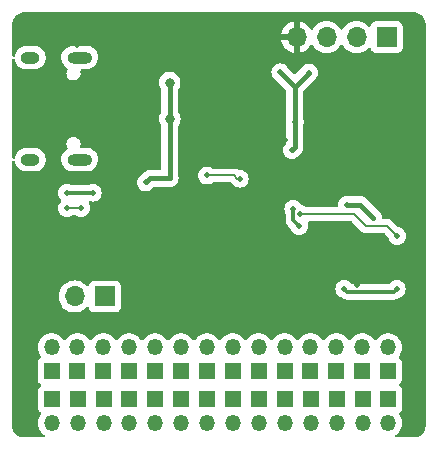
<source format=gbl>
%TF.GenerationSoftware,KiCad,Pcbnew,7.0.10*%
%TF.CreationDate,2024-02-03T16:53:45+08:00*%
%TF.ProjectId,ad7142-eval,61643731-3432-42d6-9576-616c2e6b6963,rev?*%
%TF.SameCoordinates,Original*%
%TF.FileFunction,Copper,L2,Bot*%
%TF.FilePolarity,Positive*%
%FSLAX46Y46*%
G04 Gerber Fmt 4.6, Leading zero omitted, Abs format (unit mm)*
G04 Created by KiCad (PCBNEW 7.0.10) date 2024-02-03 16:53:45*
%MOMM*%
%LPD*%
G01*
G04 APERTURE LIST*
%TA.AperFunction,ComponentPad*%
%ADD10R,1.350000X1.350000*%
%TD*%
%TA.AperFunction,ComponentPad*%
%ADD11O,1.350000X1.350000*%
%TD*%
%TA.AperFunction,ComponentPad*%
%ADD12R,1.700000X1.700000*%
%TD*%
%TA.AperFunction,ComponentPad*%
%ADD13O,1.700000X1.700000*%
%TD*%
%TA.AperFunction,ComponentPad*%
%ADD14O,1.600200X1.000800*%
%TD*%
%TA.AperFunction,ComponentPad*%
%ADD15O,2.100600X1.000800*%
%TD*%
%TA.AperFunction,ViaPad*%
%ADD16C,0.500000*%
%TD*%
%TA.AperFunction,ViaPad*%
%ADD17C,0.800000*%
%TD*%
%TA.AperFunction,Conductor*%
%ADD18C,0.177800*%
%TD*%
%TA.AperFunction,Conductor*%
%ADD19C,0.304800*%
%TD*%
%TA.AperFunction,Conductor*%
%ADD20C,0.457200*%
%TD*%
G04 APERTURE END LIST*
D10*
%TO.P,J23,1,Pin_1*%
%TO.N,Net-(J17-Pin_1)*%
X122911342Y-111680000D03*
D11*
%TO.P,J23,2,Pin_2*%
%TO.N,Net-(J17-Pin_2)*%
X122911342Y-113680000D03*
%TD*%
D10*
%TO.P,J11,1,Pin_1*%
%TO.N,Net-(J10-Pin_1)*%
X127271342Y-109280000D03*
D11*
%TO.P,J11,2,Pin_2*%
%TO.N,Net-(J11-Pin_2)*%
X127271342Y-107280000D03*
%TD*%
D10*
%TO.P,J17,1,Pin_1*%
%TO.N,Net-(J17-Pin_1)*%
X109752886Y-111680000D03*
D11*
%TO.P,J17,2,Pin_2*%
%TO.N,Net-(J17-Pin_2)*%
X109752886Y-113680000D03*
%TD*%
D10*
%TO.P,J12,1,Pin_1*%
%TO.N,Net-(J10-Pin_1)*%
X129463649Y-109280000D03*
D11*
%TO.P,J12,2,Pin_2*%
%TO.N,Net-(J12-Pin_2)*%
X129463649Y-107280000D03*
%TD*%
D12*
%TO.P,J1,1,Pin_1*%
%TO.N,+3V3*%
X138107500Y-81010000D03*
D13*
%TO.P,J1,2,Pin_2*%
%TO.N,/SWCLK*%
X135567500Y-81010000D03*
%TO.P,J1,3,Pin_3*%
%TO.N,/SWDIO*%
X133027500Y-81010000D03*
%TO.P,J1,4,Pin_4*%
%TO.N,GND*%
X130487500Y-81010000D03*
%TD*%
D10*
%TO.P,J10,1,Pin_1*%
%TO.N,Net-(J10-Pin_1)*%
X125079035Y-109280000D03*
D11*
%TO.P,J10,2,Pin_2*%
%TO.N,Net-(J10-Pin_2)*%
X125079035Y-107280000D03*
%TD*%
D10*
%TO.P,J29,1,Pin_1*%
%TO.N,Net-(J17-Pin_1)*%
X136069798Y-111680000D03*
D11*
%TO.P,J29,2,Pin_2*%
%TO.N,Net-(J17-Pin_2)*%
X136069798Y-113680000D03*
%TD*%
D10*
%TO.P,J14,1,Pin_1*%
%TO.N,Net-(J10-Pin_1)*%
X133848263Y-109280000D03*
D11*
%TO.P,J14,2,Pin_2*%
%TO.N,Net-(J14-Pin_2)*%
X133848263Y-107280000D03*
%TD*%
D10*
%TO.P,J16,1,Pin_1*%
%TO.N,Net-(J10-Pin_1)*%
X138232877Y-109280000D03*
D11*
%TO.P,J16,2,Pin_2*%
%TO.N,Net-(J16-Pin_2)*%
X138232877Y-107280000D03*
%TD*%
D10*
%TO.P,J19,1,Pin_1*%
%TO.N,Net-(J17-Pin_1)*%
X114139038Y-111680000D03*
D11*
%TO.P,J19,2,Pin_2*%
%TO.N,Net-(J17-Pin_2)*%
X114139038Y-113680000D03*
%TD*%
D10*
%TO.P,J18,1,Pin_1*%
%TO.N,Net-(J17-Pin_1)*%
X111945962Y-111680000D03*
D11*
%TO.P,J18,2,Pin_2*%
%TO.N,Net-(J17-Pin_2)*%
X111945962Y-113680000D03*
%TD*%
D10*
%TO.P,J9,1,Pin_1*%
%TO.N,Net-(J10-Pin_1)*%
X122886728Y-109280000D03*
D11*
%TO.P,J9,2,Pin_2*%
%TO.N,Net-(J9-Pin_2)*%
X122886728Y-107280000D03*
%TD*%
D10*
%TO.P,J20,1,Pin_1*%
%TO.N,Net-(J17-Pin_1)*%
X116332114Y-111680000D03*
D11*
%TO.P,J20,2,Pin_2*%
%TO.N,Net-(J17-Pin_2)*%
X116332114Y-113680000D03*
%TD*%
D10*
%TO.P,J7,1,Pin_1*%
%TO.N,Net-(J10-Pin_1)*%
X118502114Y-109280000D03*
D11*
%TO.P,J7,2,Pin_2*%
%TO.N,Net-(J7-Pin_2)*%
X118502114Y-107280000D03*
%TD*%
D10*
%TO.P,J15,1,Pin_1*%
%TO.N,Net-(J10-Pin_1)*%
X136040570Y-109280000D03*
D11*
%TO.P,J15,2,Pin_2*%
%TO.N,Net-(J15-Pin_2)*%
X136040570Y-107280000D03*
%TD*%
D10*
%TO.P,J13,1,Pin_1*%
%TO.N,Net-(J10-Pin_1)*%
X131655956Y-109280000D03*
D11*
%TO.P,J13,2,Pin_2*%
%TO.N,Net-(J13-Pin_2)*%
X131655956Y-107280000D03*
%TD*%
D10*
%TO.P,J22,1,Pin_1*%
%TO.N,Net-(J17-Pin_1)*%
X120718266Y-111680000D03*
D11*
%TO.P,J22,2,Pin_2*%
%TO.N,Net-(J17-Pin_2)*%
X120718266Y-113680000D03*
%TD*%
D10*
%TO.P,J24,1,Pin_1*%
%TO.N,Net-(J17-Pin_1)*%
X125104418Y-111680000D03*
D11*
%TO.P,J24,2,Pin_2*%
%TO.N,Net-(J17-Pin_2)*%
X125104418Y-113680000D03*
%TD*%
D10*
%TO.P,J28,1,Pin_1*%
%TO.N,Net-(J17-Pin_1)*%
X133876722Y-111680000D03*
D11*
%TO.P,J28,2,Pin_2*%
%TO.N,Net-(J17-Pin_2)*%
X133876722Y-113680000D03*
%TD*%
D10*
%TO.P,J25,1,Pin_1*%
%TO.N,Net-(J17-Pin_1)*%
X127297494Y-111680000D03*
D11*
%TO.P,J25,2,Pin_2*%
%TO.N,Net-(J17-Pin_2)*%
X127297494Y-113680000D03*
%TD*%
D10*
%TO.P,J6,1,Pin_1*%
%TO.N,Net-(J10-Pin_1)*%
X116309807Y-109280000D03*
D11*
%TO.P,J6,2,Pin_2*%
%TO.N,Net-(J6-Pin_2)*%
X116309807Y-107280000D03*
%TD*%
D10*
%TO.P,J21,1,Pin_1*%
%TO.N,Net-(J17-Pin_1)*%
X118525190Y-111680000D03*
D11*
%TO.P,J21,2,Pin_2*%
%TO.N,Net-(J17-Pin_2)*%
X118525190Y-113680000D03*
%TD*%
D10*
%TO.P,J26,1,Pin_1*%
%TO.N,Net-(J17-Pin_1)*%
X129490570Y-111680000D03*
D11*
%TO.P,J26,2,Pin_2*%
%TO.N,Net-(J17-Pin_2)*%
X129490570Y-113680000D03*
%TD*%
D10*
%TO.P,J27,1,Pin_1*%
%TO.N,Net-(J17-Pin_1)*%
X131683646Y-111680000D03*
D11*
%TO.P,J27,2,Pin_2*%
%TO.N,Net-(J17-Pin_2)*%
X131683646Y-113680000D03*
%TD*%
D10*
%TO.P,J3,1,Pin_1*%
%TO.N,Net-(J10-Pin_1)*%
X109732886Y-109280000D03*
D11*
%TO.P,J3,2,Pin_2*%
%TO.N,Net-(J3-Pin_2)*%
X109732886Y-107280000D03*
%TD*%
D10*
%TO.P,J4,1,Pin_1*%
%TO.N,Net-(J10-Pin_1)*%
X111925193Y-109280000D03*
D11*
%TO.P,J4,2,Pin_2*%
%TO.N,Net-(J4-Pin_2)*%
X111925193Y-107280000D03*
%TD*%
D10*
%TO.P,J8,1,Pin_1*%
%TO.N,Net-(J10-Pin_1)*%
X120694421Y-109280000D03*
D11*
%TO.P,J8,2,Pin_2*%
%TO.N,Net-(J8-Pin_2)*%
X120694421Y-107280000D03*
%TD*%
D10*
%TO.P,J30,1,Pin_1*%
%TO.N,Net-(J17-Pin_1)*%
X138262874Y-111680000D03*
D11*
%TO.P,J30,2,Pin_2*%
%TO.N,Net-(J17-Pin_2)*%
X138262874Y-113680000D03*
%TD*%
D14*
%TO.P,USB1,16,GND*%
%TO.N,/SHIELD*%
X107939400Y-91382900D03*
%TO.P,USB1,15,GND*%
X107939400Y-82741900D03*
D15*
%TO.P,USB1,14,GND*%
X112120200Y-91382900D03*
%TO.P,USB1,13,GND*%
X112120200Y-82741900D03*
%TD*%
D10*
%TO.P,J5,1,Pin_1*%
%TO.N,Net-(J10-Pin_1)*%
X114117500Y-109280000D03*
D11*
%TO.P,J5,2,Pin_2*%
%TO.N,Net-(J5-Pin_2)*%
X114117500Y-107280000D03*
%TD*%
D12*
%TO.P,J2,1,Pin_1*%
%TO.N,/QSPI_CS*%
X114242500Y-102970000D03*
D13*
%TO.P,J2,2,Pin_2*%
%TO.N,Net-(J2-Pin_2)*%
X111702500Y-102970000D03*
%TD*%
D16*
%TO.N,GND*%
X134112000Y-100076000D03*
X140716000Y-98298000D03*
X139446000Y-99822000D03*
%TO.N,/SRC*%
X130810000Y-95984000D03*
X139001704Y-97863318D03*
%TO.N,GND*%
X125984000Y-98806000D03*
X128016000Y-98806000D03*
X128016000Y-96774000D03*
X125984000Y-96774000D03*
X126977500Y-97810000D03*
%TO.N,Net-(U4-AVCC)*%
X130207500Y-95560000D03*
X130707500Y-97010000D03*
%TO.N,GND*%
X131957500Y-93960000D03*
X123887500Y-89380000D03*
X123887500Y-87475000D03*
X124807500Y-88410000D03*
X125792500Y-87475000D03*
X125792500Y-89380000D03*
X124807500Y-88410000D03*
X136277500Y-91200000D03*
X132497500Y-91050000D03*
%TO.N,+3V3*%
X136967500Y-96300000D03*
X134747500Y-95190000D03*
%TO.N,GND*%
X120327500Y-97570000D03*
%TO.N,+3V3*%
X125668600Y-92999692D03*
X122876619Y-92727547D03*
%TO.N,GND*%
X116627500Y-88500000D03*
X115567500Y-94200000D03*
%TO.N,/QSPI_CLK*%
X111048600Y-95490000D03*
X112227500Y-95470000D03*
%TO.N,/QSPI_D0*%
X111017500Y-94190000D03*
X113227500Y-94190000D03*
%TO.N,+3V3*%
X117698600Y-93320000D03*
X119747500Y-92970000D03*
%TO.N,GND*%
X110647500Y-98810000D03*
X133137500Y-98940000D03*
X130827500Y-94840000D03*
X135077500Y-85330000D03*
%TO.N,+3V3*%
X131547500Y-84010000D03*
X130337500Y-88210000D03*
%TO.N,GND*%
X132117500Y-86310000D03*
X134797500Y-88080000D03*
X135557500Y-91200000D03*
X139617500Y-92430000D03*
%TO.N,/CSHILED*%
X134527500Y-102320000D03*
X138967500Y-102330000D03*
%TO.N,GND*%
X140077500Y-101960000D03*
X135637500Y-101980000D03*
X127387500Y-92920000D03*
X124993183Y-82310000D03*
X111907500Y-81700000D03*
X114147500Y-82310000D03*
X114167500Y-83070000D03*
X114122500Y-81175000D03*
X120157500Y-81360000D03*
X120807500Y-81350000D03*
X125665000Y-79742500D03*
X126975000Y-80527500D03*
X116407500Y-83290000D03*
X117847500Y-83910000D03*
X117837500Y-88360000D03*
X114367500Y-90290000D03*
X115507500Y-90860000D03*
X116627500Y-90850000D03*
X129497874Y-89699626D03*
%TO.N,+3V3*%
X130057500Y-90600000D03*
X129097500Y-84000000D03*
D17*
X119747500Y-84860000D03*
X119752916Y-87927627D03*
%TD*%
D18*
%TO.N,/SRC*%
X135382000Y-96012000D02*
X130838000Y-96012000D01*
X139001704Y-97863318D02*
X138166386Y-97028000D01*
X138166386Y-97028000D02*
X136398000Y-97028000D01*
X136398000Y-97028000D02*
X135382000Y-96012000D01*
X130838000Y-96012000D02*
X130810000Y-95984000D01*
D19*
%TO.N,Net-(U4-AVCC)*%
X130207500Y-95560000D02*
X130207500Y-96510000D01*
X130207500Y-96510000D02*
X130707500Y-97010000D01*
D18*
%TO.N,GND*%
X123887500Y-87475000D02*
X123887500Y-87490000D01*
D20*
%TO.N,+3V3*%
X135857500Y-95190000D02*
X136967500Y-96300000D01*
X134747500Y-95190000D02*
X135857500Y-95190000D01*
D18*
X125668600Y-92999692D02*
X125477192Y-92999692D01*
X125477192Y-92999692D02*
X125205047Y-92727547D01*
X125205047Y-92727547D02*
X122876619Y-92727547D01*
D19*
%TO.N,/QSPI_D0*%
X113227500Y-94190000D02*
X111017500Y-94190000D01*
D18*
%TO.N,/QSPI_CLK*%
X112227500Y-95470000D02*
X111068600Y-95470000D01*
X111068600Y-95470000D02*
X111048600Y-95490000D01*
D20*
%TO.N,+3V3*%
X118087500Y-92970000D02*
X117737500Y-93320000D01*
X119747500Y-92970000D02*
X118087500Y-92970000D01*
X117737500Y-93320000D02*
X117698600Y-93320000D01*
X119747500Y-84860000D02*
X119747500Y-92970000D01*
X130328526Y-85228974D02*
X131547500Y-84010000D01*
X130326474Y-85228974D02*
X130328526Y-85228974D01*
D19*
%TO.N,/CSHILED*%
X134789900Y-102582400D02*
X138715100Y-102582400D01*
X138715100Y-102582400D02*
X138967500Y-102330000D01*
X134527500Y-102320000D02*
X134789900Y-102582400D01*
D20*
%TO.N,+3V3*%
X130326474Y-85228974D02*
X129097500Y-84000000D01*
X130326474Y-90331026D02*
X130326474Y-85228974D01*
X130057500Y-90600000D02*
X130326474Y-90331026D01*
D19*
X119747500Y-84860000D02*
X119747500Y-87922211D01*
X119747500Y-87922211D02*
X119752916Y-87927627D01*
%TD*%
%TA.AperFunction,Conductor*%
%TO.N,GND*%
G36*
X140412892Y-78910972D02*
G01*
X140424933Y-78912025D01*
X140452380Y-78914426D01*
X140453461Y-78914526D01*
X140579273Y-78926918D01*
X140599187Y-78930541D01*
X140663935Y-78947890D01*
X140667702Y-78948966D01*
X140759070Y-78976681D01*
X140775459Y-78982952D01*
X140841352Y-79013679D01*
X140847389Y-79016698D01*
X140926550Y-79059010D01*
X140939209Y-79066786D01*
X141000388Y-79109624D01*
X141007927Y-79115344D01*
X141075955Y-79171172D01*
X141084972Y-79179345D01*
X141138153Y-79232526D01*
X141146326Y-79241543D01*
X141202154Y-79309571D01*
X141207874Y-79317110D01*
X141250704Y-79378276D01*
X141258488Y-79390948D01*
X141300800Y-79470109D01*
X141303824Y-79476156D01*
X141334541Y-79542027D01*
X141340820Y-79558438D01*
X141368513Y-79649730D01*
X141369627Y-79653632D01*
X141386954Y-79718299D01*
X141390582Y-79738239D01*
X141402956Y-79863882D01*
X141403081Y-79865223D01*
X141406528Y-79904604D01*
X141407000Y-79915416D01*
X141407000Y-113904583D01*
X141406528Y-113915396D01*
X141403081Y-113954776D01*
X141402956Y-113956116D01*
X141390582Y-114081759D01*
X141386954Y-114101699D01*
X141369627Y-114166366D01*
X141368513Y-114170268D01*
X141340820Y-114261560D01*
X141334541Y-114277971D01*
X141303824Y-114343842D01*
X141300800Y-114349889D01*
X141258488Y-114429050D01*
X141250704Y-114441722D01*
X141207874Y-114502888D01*
X141202154Y-114510427D01*
X141146326Y-114578455D01*
X141138153Y-114587472D01*
X141084972Y-114640653D01*
X141075955Y-114648826D01*
X141007927Y-114704654D01*
X141000388Y-114710374D01*
X140939222Y-114753204D01*
X140926550Y-114760988D01*
X140847389Y-114803300D01*
X140841342Y-114806324D01*
X140775471Y-114837041D01*
X140759060Y-114843320D01*
X140667768Y-114871013D01*
X140663866Y-114872127D01*
X140599199Y-114889454D01*
X140579259Y-114893082D01*
X140453616Y-114905456D01*
X140452276Y-114905581D01*
X140417260Y-114908646D01*
X140412892Y-114909028D01*
X140402084Y-114909500D01*
X138945934Y-114909500D01*
X138878895Y-114889815D01*
X138833140Y-114837011D01*
X138823196Y-114767853D01*
X138852221Y-114704297D01*
X138880657Y-114680073D01*
X138944322Y-114640653D01*
X138974306Y-114622088D01*
X139135301Y-114475322D01*
X139266586Y-114301472D01*
X139363691Y-114106459D01*
X139423309Y-113896923D01*
X139443410Y-113680000D01*
X139423309Y-113463077D01*
X139363691Y-113253541D01*
X139266586Y-113058528D01*
X139185125Y-112950656D01*
X139160434Y-112885297D01*
X139174999Y-112816962D01*
X139209769Y-112776665D01*
X139257419Y-112740993D01*
X139295420Y-112712546D01*
X139381670Y-112597331D01*
X139431965Y-112462483D01*
X139438374Y-112402873D01*
X139438373Y-110957128D01*
X139431965Y-110897517D01*
X139381670Y-110762669D01*
X139381669Y-110762668D01*
X139381667Y-110762664D01*
X139295421Y-110647455D01*
X139295418Y-110647452D01*
X139189335Y-110568038D01*
X139147464Y-110512105D01*
X139142480Y-110442413D01*
X139175966Y-110381090D01*
X139189330Y-110369508D01*
X139265423Y-110312546D01*
X139351673Y-110197331D01*
X139401968Y-110062483D01*
X139408377Y-110002873D01*
X139408376Y-108557128D01*
X139401968Y-108497517D01*
X139351673Y-108362669D01*
X139351672Y-108362668D01*
X139351670Y-108362664D01*
X139265424Y-108247455D01*
X139265421Y-108247452D01*
X139179772Y-108183335D01*
X139137901Y-108127402D01*
X139132917Y-108057710D01*
X139155128Y-108009344D01*
X139236589Y-107901472D01*
X139333694Y-107706459D01*
X139393312Y-107496923D01*
X139413413Y-107280000D01*
X139393312Y-107063077D01*
X139333694Y-106853541D01*
X139236589Y-106658528D01*
X139105304Y-106484678D01*
X138944309Y-106337912D01*
X138944305Y-106337909D01*
X138944300Y-106337906D01*
X138759090Y-106223229D01*
X138759084Y-106223226D01*
X138673990Y-106190260D01*
X138555946Y-106144530D01*
X138341803Y-106104500D01*
X138123951Y-106104500D01*
X137909808Y-106144530D01*
X137861007Y-106163435D01*
X137706669Y-106223226D01*
X137706663Y-106223229D01*
X137521453Y-106337906D01*
X137521443Y-106337913D01*
X137360451Y-106484676D01*
X137235677Y-106649903D01*
X137179568Y-106691539D01*
X137109856Y-106696230D01*
X137048674Y-106662488D01*
X137037769Y-106649903D01*
X136912995Y-106484676D01*
X136752003Y-106337913D01*
X136751993Y-106337906D01*
X136566783Y-106223229D01*
X136566777Y-106223226D01*
X136481683Y-106190260D01*
X136363639Y-106144530D01*
X136149496Y-106104500D01*
X135931644Y-106104500D01*
X135717501Y-106144530D01*
X135668700Y-106163435D01*
X135514362Y-106223226D01*
X135514356Y-106223229D01*
X135329146Y-106337906D01*
X135329136Y-106337913D01*
X135168144Y-106484676D01*
X135043370Y-106649903D01*
X134987261Y-106691539D01*
X134917549Y-106696230D01*
X134856367Y-106662488D01*
X134845462Y-106649903D01*
X134720688Y-106484676D01*
X134559696Y-106337913D01*
X134559686Y-106337906D01*
X134374476Y-106223229D01*
X134374470Y-106223226D01*
X134289376Y-106190260D01*
X134171332Y-106144530D01*
X133957189Y-106104500D01*
X133739337Y-106104500D01*
X133525194Y-106144530D01*
X133476393Y-106163435D01*
X133322055Y-106223226D01*
X133322049Y-106223229D01*
X133136839Y-106337906D01*
X133136829Y-106337913D01*
X132975837Y-106484676D01*
X132851063Y-106649903D01*
X132794954Y-106691539D01*
X132725242Y-106696230D01*
X132664060Y-106662488D01*
X132653155Y-106649903D01*
X132528381Y-106484676D01*
X132367389Y-106337913D01*
X132367379Y-106337906D01*
X132182169Y-106223229D01*
X132182163Y-106223226D01*
X132097069Y-106190260D01*
X131979025Y-106144530D01*
X131764882Y-106104500D01*
X131547030Y-106104500D01*
X131332887Y-106144530D01*
X131284086Y-106163435D01*
X131129748Y-106223226D01*
X131129742Y-106223229D01*
X130944532Y-106337906D01*
X130944522Y-106337913D01*
X130783530Y-106484676D01*
X130658756Y-106649903D01*
X130602647Y-106691539D01*
X130532935Y-106696230D01*
X130471753Y-106662488D01*
X130460848Y-106649903D01*
X130336074Y-106484676D01*
X130175082Y-106337913D01*
X130175072Y-106337906D01*
X129989862Y-106223229D01*
X129989856Y-106223226D01*
X129904762Y-106190260D01*
X129786718Y-106144530D01*
X129572575Y-106104500D01*
X129354723Y-106104500D01*
X129140580Y-106144530D01*
X129091779Y-106163435D01*
X128937441Y-106223226D01*
X128937435Y-106223229D01*
X128752225Y-106337906D01*
X128752215Y-106337913D01*
X128591223Y-106484676D01*
X128466449Y-106649903D01*
X128410340Y-106691539D01*
X128340628Y-106696230D01*
X128279446Y-106662488D01*
X128268541Y-106649903D01*
X128143767Y-106484676D01*
X127982775Y-106337913D01*
X127982765Y-106337906D01*
X127797555Y-106223229D01*
X127797549Y-106223226D01*
X127712455Y-106190260D01*
X127594411Y-106144530D01*
X127380268Y-106104500D01*
X127162416Y-106104500D01*
X126948273Y-106144530D01*
X126899472Y-106163435D01*
X126745134Y-106223226D01*
X126745128Y-106223229D01*
X126559918Y-106337906D01*
X126559908Y-106337913D01*
X126398916Y-106484676D01*
X126274142Y-106649903D01*
X126218033Y-106691539D01*
X126148321Y-106696230D01*
X126087139Y-106662488D01*
X126076234Y-106649903D01*
X125951460Y-106484676D01*
X125790468Y-106337913D01*
X125790458Y-106337906D01*
X125605248Y-106223229D01*
X125605242Y-106223226D01*
X125520148Y-106190260D01*
X125402104Y-106144530D01*
X125187961Y-106104500D01*
X124970109Y-106104500D01*
X124755966Y-106144530D01*
X124707165Y-106163435D01*
X124552827Y-106223226D01*
X124552821Y-106223229D01*
X124367611Y-106337906D01*
X124367601Y-106337913D01*
X124206609Y-106484676D01*
X124081835Y-106649903D01*
X124025726Y-106691539D01*
X123956014Y-106696230D01*
X123894832Y-106662488D01*
X123883927Y-106649903D01*
X123759153Y-106484676D01*
X123598161Y-106337913D01*
X123598151Y-106337906D01*
X123412941Y-106223229D01*
X123412935Y-106223226D01*
X123327841Y-106190260D01*
X123209797Y-106144530D01*
X122995654Y-106104500D01*
X122777802Y-106104500D01*
X122563659Y-106144530D01*
X122514858Y-106163435D01*
X122360520Y-106223226D01*
X122360514Y-106223229D01*
X122175304Y-106337906D01*
X122175294Y-106337913D01*
X122014302Y-106484676D01*
X121889528Y-106649903D01*
X121833419Y-106691539D01*
X121763707Y-106696230D01*
X121702525Y-106662488D01*
X121691620Y-106649903D01*
X121566846Y-106484676D01*
X121405854Y-106337913D01*
X121405844Y-106337906D01*
X121220634Y-106223229D01*
X121220628Y-106223226D01*
X121135534Y-106190260D01*
X121017490Y-106144530D01*
X120803347Y-106104500D01*
X120585495Y-106104500D01*
X120371352Y-106144530D01*
X120322551Y-106163435D01*
X120168213Y-106223226D01*
X120168207Y-106223229D01*
X119982997Y-106337906D01*
X119982987Y-106337913D01*
X119821995Y-106484676D01*
X119697221Y-106649903D01*
X119641112Y-106691539D01*
X119571400Y-106696230D01*
X119510218Y-106662488D01*
X119499313Y-106649903D01*
X119374539Y-106484676D01*
X119213547Y-106337913D01*
X119213537Y-106337906D01*
X119028327Y-106223229D01*
X119028321Y-106223226D01*
X118943227Y-106190260D01*
X118825183Y-106144530D01*
X118611040Y-106104500D01*
X118393188Y-106104500D01*
X118179045Y-106144530D01*
X118130244Y-106163435D01*
X117975906Y-106223226D01*
X117975900Y-106223229D01*
X117790690Y-106337906D01*
X117790680Y-106337913D01*
X117629688Y-106484676D01*
X117504914Y-106649903D01*
X117448805Y-106691539D01*
X117379093Y-106696230D01*
X117317911Y-106662488D01*
X117307006Y-106649903D01*
X117182232Y-106484676D01*
X117021240Y-106337913D01*
X117021230Y-106337906D01*
X116836020Y-106223229D01*
X116836014Y-106223226D01*
X116750920Y-106190260D01*
X116632876Y-106144530D01*
X116418733Y-106104500D01*
X116200881Y-106104500D01*
X115986738Y-106144530D01*
X115937937Y-106163435D01*
X115783599Y-106223226D01*
X115783593Y-106223229D01*
X115598383Y-106337906D01*
X115598373Y-106337913D01*
X115437381Y-106484676D01*
X115312607Y-106649903D01*
X115256498Y-106691539D01*
X115186786Y-106696230D01*
X115125604Y-106662488D01*
X115114699Y-106649903D01*
X114989925Y-106484676D01*
X114828933Y-106337913D01*
X114828923Y-106337906D01*
X114643713Y-106223229D01*
X114643707Y-106223226D01*
X114558613Y-106190260D01*
X114440569Y-106144530D01*
X114226426Y-106104500D01*
X114008574Y-106104500D01*
X113794431Y-106144530D01*
X113745630Y-106163435D01*
X113591292Y-106223226D01*
X113591286Y-106223229D01*
X113406076Y-106337906D01*
X113406066Y-106337913D01*
X113245074Y-106484676D01*
X113120300Y-106649903D01*
X113064191Y-106691539D01*
X112994479Y-106696230D01*
X112933297Y-106662488D01*
X112922392Y-106649903D01*
X112797618Y-106484676D01*
X112636626Y-106337913D01*
X112636616Y-106337906D01*
X112451406Y-106223229D01*
X112451400Y-106223226D01*
X112366306Y-106190260D01*
X112248262Y-106144530D01*
X112034119Y-106104500D01*
X111816267Y-106104500D01*
X111602124Y-106144530D01*
X111553323Y-106163435D01*
X111398985Y-106223226D01*
X111398979Y-106223229D01*
X111213769Y-106337906D01*
X111213759Y-106337913D01*
X111052767Y-106484676D01*
X110927993Y-106649903D01*
X110871884Y-106691539D01*
X110802172Y-106696230D01*
X110740990Y-106662488D01*
X110730085Y-106649903D01*
X110605311Y-106484676D01*
X110444319Y-106337913D01*
X110444309Y-106337906D01*
X110259099Y-106223229D01*
X110259093Y-106223226D01*
X110173999Y-106190260D01*
X110055955Y-106144530D01*
X109841812Y-106104500D01*
X109623960Y-106104500D01*
X109409817Y-106144530D01*
X109361016Y-106163435D01*
X109206678Y-106223226D01*
X109206672Y-106223229D01*
X109021462Y-106337906D01*
X109021452Y-106337913D01*
X108860460Y-106484676D01*
X108729174Y-106658527D01*
X108632070Y-106853537D01*
X108572450Y-107063081D01*
X108552350Y-107279999D01*
X108552350Y-107280000D01*
X108572450Y-107496918D01*
X108632070Y-107706462D01*
X108729174Y-107901472D01*
X108810633Y-108009341D01*
X108835325Y-108074702D01*
X108820760Y-108143037D01*
X108785991Y-108183334D01*
X108700338Y-108247455D01*
X108614092Y-108362664D01*
X108614088Y-108362671D01*
X108563794Y-108497517D01*
X108557387Y-108557116D01*
X108557387Y-108557123D01*
X108557386Y-108557135D01*
X108557386Y-110002870D01*
X108557387Y-110002876D01*
X108563794Y-110062483D01*
X108614088Y-110197328D01*
X108614092Y-110197335D01*
X108700338Y-110312544D01*
X108700341Y-110312547D01*
X108801426Y-110388220D01*
X108843297Y-110444154D01*
X108848281Y-110513845D01*
X108814795Y-110575168D01*
X108801427Y-110586752D01*
X108720338Y-110647455D01*
X108634092Y-110762664D01*
X108634088Y-110762671D01*
X108583794Y-110897517D01*
X108577387Y-110957116D01*
X108577387Y-110957123D01*
X108577386Y-110957135D01*
X108577386Y-112402870D01*
X108577387Y-112402876D01*
X108583794Y-112462483D01*
X108634088Y-112597328D01*
X108634092Y-112597335D01*
X108656347Y-112627063D01*
X108720340Y-112712546D01*
X108805991Y-112776664D01*
X108847861Y-112832597D01*
X108852845Y-112902289D01*
X108830634Y-112950656D01*
X108749174Y-113058528D01*
X108652070Y-113253537D01*
X108592450Y-113463081D01*
X108572350Y-113679999D01*
X108572350Y-113680000D01*
X108592450Y-113896918D01*
X108592450Y-113896920D01*
X108592451Y-113896923D01*
X108608912Y-113954776D01*
X108652070Y-114106462D01*
X108683809Y-114170202D01*
X108749174Y-114301472D01*
X108880457Y-114475320D01*
X108880460Y-114475323D01*
X108918967Y-114510427D01*
X109041454Y-114622088D01*
X109041461Y-114622092D01*
X109041462Y-114622093D01*
X109135103Y-114680073D01*
X109181739Y-114732101D01*
X109192843Y-114801082D01*
X109164890Y-114865117D01*
X109106755Y-114903873D01*
X109069826Y-114909500D01*
X107412916Y-114909500D01*
X107402106Y-114909028D01*
X107399501Y-114908800D01*
X107362723Y-114905581D01*
X107361382Y-114905456D01*
X107235739Y-114893082D01*
X107215799Y-114889454D01*
X107151132Y-114872127D01*
X107147230Y-114871013D01*
X107055938Y-114843320D01*
X107039527Y-114837041D01*
X106973656Y-114806324D01*
X106967609Y-114803300D01*
X106888448Y-114760988D01*
X106875781Y-114753207D01*
X106845639Y-114732101D01*
X106814610Y-114710374D01*
X106807071Y-114704654D01*
X106739043Y-114648826D01*
X106730026Y-114640653D01*
X106676845Y-114587472D01*
X106668672Y-114578455D01*
X106612844Y-114510427D01*
X106607124Y-114502888D01*
X106595337Y-114486055D01*
X106564286Y-114441709D01*
X106556510Y-114429050D01*
X106514198Y-114349889D01*
X106511174Y-114343842D01*
X106506792Y-114334445D01*
X106480452Y-114277959D01*
X106474181Y-114261570D01*
X106446466Y-114170202D01*
X106445390Y-114166435D01*
X106428041Y-114101687D01*
X106424418Y-114081773D01*
X106412026Y-113955961D01*
X106411917Y-113954776D01*
X106408472Y-113915391D01*
X106408000Y-113904586D01*
X106408000Y-102970000D01*
X110346841Y-102970000D01*
X110367436Y-103205403D01*
X110367438Y-103205413D01*
X110428594Y-103433655D01*
X110428596Y-103433659D01*
X110428597Y-103433663D01*
X110512999Y-103614663D01*
X110528465Y-103647830D01*
X110528467Y-103647834D01*
X110636781Y-103802521D01*
X110664005Y-103841401D01*
X110831099Y-104008495D01*
X110927884Y-104076265D01*
X111024665Y-104144032D01*
X111024667Y-104144033D01*
X111024670Y-104144035D01*
X111238837Y-104243903D01*
X111467092Y-104305063D01*
X111643534Y-104320500D01*
X111702499Y-104325659D01*
X111702500Y-104325659D01*
X111702501Y-104325659D01*
X111761466Y-104320500D01*
X111937908Y-104305063D01*
X112166163Y-104243903D01*
X112380330Y-104144035D01*
X112573901Y-104008495D01*
X112695829Y-103886566D01*
X112757148Y-103853084D01*
X112826840Y-103858068D01*
X112882774Y-103899939D01*
X112899689Y-103930917D01*
X112948702Y-104062328D01*
X112948706Y-104062335D01*
X113034952Y-104177544D01*
X113034955Y-104177547D01*
X113150164Y-104263793D01*
X113150171Y-104263797D01*
X113285017Y-104314091D01*
X113285016Y-104314091D01*
X113291944Y-104314835D01*
X113344627Y-104320500D01*
X115140372Y-104320499D01*
X115199983Y-104314091D01*
X115334831Y-104263796D01*
X115450046Y-104177546D01*
X115536296Y-104062331D01*
X115586591Y-103927483D01*
X115593000Y-103867873D01*
X115592999Y-102320002D01*
X133772251Y-102320002D01*
X133791185Y-102488056D01*
X133847045Y-102647694D01*
X133847047Y-102647697D01*
X133937018Y-102790884D01*
X133937023Y-102790890D01*
X134056609Y-102910476D01*
X134056615Y-102910481D01*
X134199802Y-103000452D01*
X134199807Y-103000455D01*
X134303549Y-103036755D01*
X134350276Y-103066116D01*
X134357275Y-103073115D01*
X134360787Y-103075839D01*
X134369666Y-103083423D01*
X134393870Y-103106152D01*
X134403085Y-103114805D01*
X134421790Y-103125088D01*
X134438041Y-103135763D01*
X134454906Y-103148845D01*
X134496992Y-103167057D01*
X134507466Y-103172189D01*
X134513498Y-103175505D01*
X134547638Y-103194275D01*
X134547640Y-103194275D01*
X134547641Y-103194276D01*
X134558836Y-103197150D01*
X134568307Y-103199582D01*
X134586719Y-103205885D01*
X134606299Y-103214359D01*
X134651586Y-103221530D01*
X134663012Y-103223897D01*
X134707420Y-103235300D01*
X134728761Y-103235300D01*
X134748158Y-103236826D01*
X134769227Y-103240163D01*
X134769228Y-103240164D01*
X134769228Y-103240163D01*
X134769229Y-103240164D01*
X134814870Y-103235849D01*
X134826538Y-103235300D01*
X138629332Y-103235300D01*
X138645379Y-103237071D01*
X138645402Y-103236834D01*
X138653168Y-103237568D01*
X138653168Y-103237567D01*
X138653169Y-103237568D01*
X138684501Y-103236583D01*
X138723405Y-103235361D01*
X138727299Y-103235300D01*
X138756171Y-103235300D01*
X138756175Y-103235300D01*
X138760571Y-103234744D01*
X138772218Y-103233826D01*
X138818048Y-103232387D01*
X138838549Y-103226430D01*
X138857576Y-103222489D01*
X138878760Y-103219814D01*
X138921385Y-103202936D01*
X138932428Y-103199156D01*
X138976459Y-103186365D01*
X138994830Y-103175500D01*
X139012296Y-103166943D01*
X139032137Y-103159088D01*
X139069223Y-103132142D01*
X139078988Y-103125728D01*
X139097458Y-103114805D01*
X139118448Y-103102392D01*
X139133543Y-103087295D01*
X139148320Y-103074674D01*
X139165593Y-103062126D01*
X139165596Y-103062121D01*
X139167643Y-103060635D01*
X139199570Y-103043913D01*
X139295190Y-103010456D01*
X139295193Y-103010453D01*
X139295197Y-103010452D01*
X139438384Y-102920481D01*
X139438385Y-102920480D01*
X139438390Y-102920477D01*
X139557977Y-102800890D01*
X139557981Y-102800884D01*
X139647952Y-102657697D01*
X139647954Y-102657694D01*
X139647954Y-102657692D01*
X139647956Y-102657690D01*
X139703813Y-102498059D01*
X139703813Y-102498058D01*
X139703814Y-102498056D01*
X139722749Y-102330002D01*
X139722749Y-102329997D01*
X139703814Y-102161943D01*
X139669898Y-102065016D01*
X139647956Y-102002310D01*
X139647955Y-102002309D01*
X139647954Y-102002305D01*
X139647952Y-102002302D01*
X139557981Y-101859115D01*
X139557976Y-101859109D01*
X139438390Y-101739523D01*
X139438384Y-101739518D01*
X139295197Y-101649547D01*
X139295194Y-101649545D01*
X139135556Y-101593685D01*
X138967503Y-101574751D01*
X138967497Y-101574751D01*
X138799443Y-101593685D01*
X138639805Y-101649545D01*
X138639802Y-101649547D01*
X138496615Y-101739518D01*
X138496609Y-101739523D01*
X138377023Y-101859109D01*
X138377021Y-101859112D01*
X138369256Y-101871471D01*
X138316922Y-101917763D01*
X138264262Y-101929500D01*
X135237022Y-101929500D01*
X135169983Y-101909815D01*
X135132028Y-101871471D01*
X135117980Y-101849114D01*
X135117978Y-101849111D01*
X134998390Y-101729523D01*
X134998384Y-101729518D01*
X134855197Y-101639547D01*
X134855194Y-101639545D01*
X134695556Y-101583685D01*
X134527503Y-101564751D01*
X134527497Y-101564751D01*
X134359443Y-101583685D01*
X134199805Y-101639545D01*
X134199802Y-101639547D01*
X134056615Y-101729518D01*
X134056609Y-101729523D01*
X133937023Y-101849109D01*
X133937018Y-101849115D01*
X133847047Y-101992302D01*
X133847045Y-101992305D01*
X133791185Y-102151943D01*
X133772251Y-102319997D01*
X133772251Y-102320002D01*
X115592999Y-102320002D01*
X115592999Y-102072128D01*
X115586591Y-102012517D01*
X115585310Y-102009083D01*
X115536297Y-101877671D01*
X115536293Y-101877664D01*
X115450047Y-101762455D01*
X115450044Y-101762452D01*
X115334835Y-101676206D01*
X115334828Y-101676202D01*
X115199982Y-101625908D01*
X115199983Y-101625908D01*
X115140383Y-101619501D01*
X115140381Y-101619500D01*
X115140373Y-101619500D01*
X115140364Y-101619500D01*
X113344629Y-101619500D01*
X113344623Y-101619501D01*
X113285016Y-101625908D01*
X113150171Y-101676202D01*
X113150164Y-101676206D01*
X113034955Y-101762452D01*
X113034952Y-101762455D01*
X112948706Y-101877664D01*
X112948703Y-101877669D01*
X112899689Y-102009083D01*
X112857817Y-102065016D01*
X112792353Y-102089433D01*
X112724080Y-102074581D01*
X112695826Y-102053430D01*
X112573902Y-101931506D01*
X112573895Y-101931501D01*
X112571037Y-101929500D01*
X112497018Y-101877671D01*
X112380334Y-101795967D01*
X112380330Y-101795965D01*
X112380328Y-101795964D01*
X112166163Y-101696097D01*
X112166159Y-101696096D01*
X112166155Y-101696094D01*
X111937913Y-101634938D01*
X111937903Y-101634936D01*
X111702501Y-101614341D01*
X111702499Y-101614341D01*
X111467096Y-101634936D01*
X111467086Y-101634938D01*
X111238844Y-101696094D01*
X111238835Y-101696098D01*
X111024671Y-101795964D01*
X111024669Y-101795965D01*
X110831097Y-101931505D01*
X110664005Y-102098597D01*
X110528465Y-102292169D01*
X110528464Y-102292171D01*
X110428598Y-102506335D01*
X110428594Y-102506344D01*
X110367438Y-102734586D01*
X110367436Y-102734596D01*
X110346841Y-102969999D01*
X110346841Y-102970000D01*
X106408000Y-102970000D01*
X106408000Y-94190002D01*
X110262251Y-94190002D01*
X110281185Y-94358056D01*
X110337045Y-94517694D01*
X110337047Y-94517697D01*
X110427018Y-94660884D01*
X110427023Y-94660890D01*
X110534002Y-94767869D01*
X110567487Y-94829192D01*
X110562503Y-94898884D01*
X110534002Y-94943231D01*
X110458123Y-95019109D01*
X110458118Y-95019115D01*
X110368147Y-95162302D01*
X110368145Y-95162305D01*
X110312285Y-95321943D01*
X110293351Y-95489997D01*
X110293351Y-95490002D01*
X110312285Y-95658056D01*
X110368145Y-95817694D01*
X110368147Y-95817697D01*
X110458118Y-95960884D01*
X110458123Y-95960890D01*
X110577709Y-96080476D01*
X110577715Y-96080481D01*
X110720902Y-96170452D01*
X110720905Y-96170454D01*
X110720909Y-96170455D01*
X110720910Y-96170456D01*
X110793513Y-96195860D01*
X110880543Y-96226314D01*
X111048597Y-96245249D01*
X111048600Y-96245249D01*
X111048603Y-96245249D01*
X111216656Y-96226314D01*
X111219700Y-96225249D01*
X111376290Y-96170456D01*
X111519490Y-96080477D01*
X111519489Y-96080477D01*
X111522786Y-96078406D01*
X111588758Y-96059400D01*
X111719172Y-96059400D01*
X111785145Y-96078407D01*
X111899807Y-96150454D01*
X111899805Y-96150454D01*
X111899809Y-96150455D01*
X111899810Y-96150456D01*
X111956956Y-96170452D01*
X112059443Y-96206314D01*
X112227497Y-96225249D01*
X112227500Y-96225249D01*
X112227503Y-96225249D01*
X112395556Y-96206314D01*
X112395559Y-96206313D01*
X112555190Y-96150456D01*
X112555192Y-96150454D01*
X112555194Y-96150454D01*
X112555197Y-96150452D01*
X112698384Y-96060481D01*
X112698385Y-96060480D01*
X112698390Y-96060477D01*
X112817977Y-95940890D01*
X112851406Y-95887689D01*
X112907952Y-95797697D01*
X112907954Y-95797694D01*
X112907954Y-95797692D01*
X112907956Y-95797690D01*
X112963813Y-95638059D01*
X112963813Y-95638058D01*
X112963814Y-95638056D01*
X112972609Y-95560002D01*
X129452251Y-95560002D01*
X129471186Y-95728057D01*
X129527042Y-95887686D01*
X129527043Y-95887687D01*
X129527044Y-95887690D01*
X129535592Y-95901293D01*
X129554600Y-95967268D01*
X129554600Y-96424232D01*
X129552828Y-96440279D01*
X129553066Y-96440302D01*
X129552332Y-96448067D01*
X129554539Y-96518303D01*
X129554600Y-96522198D01*
X129554600Y-96551075D01*
X129555157Y-96555488D01*
X129556072Y-96567120D01*
X129557512Y-96612945D01*
X129557513Y-96612951D01*
X129563465Y-96633438D01*
X129567410Y-96652483D01*
X129570085Y-96673657D01*
X129570088Y-96673669D01*
X129586962Y-96716289D01*
X129590745Y-96727337D01*
X129603533Y-96771355D01*
X129603535Y-96771360D01*
X129614400Y-96789731D01*
X129622958Y-96807201D01*
X129630811Y-96827035D01*
X129630815Y-96827041D01*
X129657756Y-96864123D01*
X129664169Y-96873885D01*
X129687509Y-96913350D01*
X129702594Y-96928434D01*
X129715234Y-96943233D01*
X129727774Y-96960494D01*
X129763101Y-96989719D01*
X129771741Y-96997581D01*
X129961383Y-97187223D01*
X129990744Y-97233950D01*
X130027044Y-97337693D01*
X130117018Y-97480884D01*
X130117023Y-97480890D01*
X130236609Y-97600476D01*
X130236615Y-97600481D01*
X130379802Y-97690452D01*
X130379805Y-97690454D01*
X130379809Y-97690455D01*
X130379810Y-97690456D01*
X130452413Y-97715860D01*
X130539443Y-97746314D01*
X130707497Y-97765249D01*
X130707500Y-97765249D01*
X130707503Y-97765249D01*
X130875556Y-97746314D01*
X130875559Y-97746313D01*
X131035190Y-97690456D01*
X131035192Y-97690454D01*
X131035194Y-97690454D01*
X131035197Y-97690452D01*
X131178384Y-97600481D01*
X131178385Y-97600480D01*
X131178390Y-97600477D01*
X131297977Y-97480890D01*
X131318415Y-97448363D01*
X131387952Y-97337697D01*
X131387954Y-97337694D01*
X131387954Y-97337692D01*
X131387956Y-97337690D01*
X131443813Y-97178059D01*
X131443813Y-97178058D01*
X131443814Y-97178056D01*
X131462749Y-97010002D01*
X131462749Y-97009997D01*
X131443813Y-96841940D01*
X131443813Y-96841938D01*
X131417365Y-96766355D01*
X131413803Y-96696576D01*
X131448531Y-96635949D01*
X131510525Y-96603721D01*
X131534406Y-96601400D01*
X135086501Y-96601400D01*
X135153540Y-96621085D01*
X135174182Y-96637719D01*
X135948162Y-97411699D01*
X135958855Y-97423892D01*
X135977633Y-97448363D01*
X135977635Y-97448365D01*
X136045858Y-97500714D01*
X136045859Y-97500716D01*
X136100756Y-97542839D01*
X136100758Y-97542841D01*
X136191168Y-97580289D01*
X136244136Y-97602229D01*
X136367428Y-97618461D01*
X136397999Y-97622486D01*
X136398000Y-97622486D01*
X136398001Y-97622486D01*
X136428572Y-97618461D01*
X136444758Y-97617400D01*
X137870887Y-97617400D01*
X137937926Y-97637085D01*
X137958568Y-97653719D01*
X138225714Y-97920865D01*
X138259199Y-97982188D01*
X138261253Y-97994661D01*
X138265389Y-98031371D01*
X138321248Y-98191010D01*
X138321251Y-98191015D01*
X138411222Y-98334202D01*
X138411227Y-98334208D01*
X138530813Y-98453794D01*
X138530819Y-98453799D01*
X138674006Y-98543770D01*
X138674009Y-98543772D01*
X138674013Y-98543773D01*
X138674014Y-98543774D01*
X138746617Y-98569178D01*
X138833647Y-98599632D01*
X139001701Y-98618567D01*
X139001704Y-98618567D01*
X139001707Y-98618567D01*
X139169760Y-98599632D01*
X139169763Y-98599631D01*
X139329394Y-98543774D01*
X139329396Y-98543772D01*
X139329398Y-98543772D01*
X139329401Y-98543770D01*
X139472588Y-98453799D01*
X139472589Y-98453798D01*
X139472594Y-98453795D01*
X139592181Y-98334208D01*
X139682156Y-98191015D01*
X139682158Y-98191012D01*
X139682158Y-98191010D01*
X139682160Y-98191008D01*
X139738017Y-98031377D01*
X139738017Y-98031376D01*
X139738018Y-98031374D01*
X139756953Y-97863320D01*
X139756953Y-97863315D01*
X139738018Y-97695261D01*
X139704853Y-97600481D01*
X139682160Y-97535628D01*
X139682159Y-97535627D01*
X139682158Y-97535623D01*
X139682156Y-97535620D01*
X139592185Y-97392433D01*
X139592180Y-97392427D01*
X139472594Y-97272841D01*
X139472588Y-97272836D01*
X139329401Y-97182865D01*
X139329396Y-97182862D01*
X139169757Y-97127003D01*
X139133047Y-97122867D01*
X139068633Y-97095800D01*
X139059251Y-97087328D01*
X138616220Y-96644297D01*
X138605524Y-96632101D01*
X138586750Y-96607634D01*
X138463629Y-96513160D01*
X138463627Y-96513158D01*
X138320253Y-96453772D01*
X138320251Y-96453771D01*
X138320250Y-96453771D01*
X138205017Y-96438600D01*
X138196958Y-96437539D01*
X138166387Y-96433514D01*
X138166385Y-96433514D01*
X138135814Y-96437539D01*
X138119628Y-96438600D01*
X137845889Y-96438600D01*
X137778850Y-96418915D01*
X137733095Y-96366111D01*
X137723663Y-96306964D01*
X137722749Y-96306964D01*
X137722749Y-96301229D01*
X137722668Y-96300722D01*
X137722749Y-96300002D01*
X137722749Y-96299997D01*
X137703814Y-96131943D01*
X137647954Y-95972305D01*
X137647952Y-95972302D01*
X137557981Y-95829115D01*
X137557976Y-95829109D01*
X137438389Y-95709522D01*
X137368787Y-95665788D01*
X137347078Y-95648475D01*
X136416998Y-94718395D01*
X136405216Y-94704762D01*
X136391441Y-94686259D01*
X136391440Y-94686258D01*
X136391438Y-94686255D01*
X136354688Y-94655418D01*
X136346713Y-94648110D01*
X136343023Y-94644420D01*
X136319452Y-94625782D01*
X136316659Y-94623507D01*
X136260873Y-94576698D01*
X136254843Y-94572732D01*
X136254892Y-94572657D01*
X136249062Y-94568942D01*
X136249015Y-94569020D01*
X136242862Y-94565225D01*
X136176877Y-94534455D01*
X136173631Y-94532884D01*
X136108562Y-94500204D01*
X136101781Y-94497736D01*
X136101811Y-94497652D01*
X136095279Y-94495381D01*
X136095251Y-94495467D01*
X136088397Y-94493196D01*
X136017097Y-94478473D01*
X136013580Y-94477693D01*
X135942717Y-94460899D01*
X135935545Y-94460061D01*
X135935555Y-94459969D01*
X135928681Y-94459267D01*
X135928673Y-94459359D01*
X135921482Y-94458729D01*
X135848684Y-94460848D01*
X135845078Y-94460900D01*
X134957242Y-94460900D01*
X134922406Y-94454981D01*
X134922348Y-94455236D01*
X134917812Y-94454200D01*
X134916289Y-94453942D01*
X134915558Y-94453686D01*
X134747503Y-94434751D01*
X134747497Y-94434751D01*
X134579443Y-94453685D01*
X134419805Y-94509545D01*
X134419802Y-94509547D01*
X134276615Y-94599518D01*
X134276609Y-94599523D01*
X134157023Y-94719109D01*
X134157018Y-94719115D01*
X134067047Y-94862302D01*
X134067045Y-94862305D01*
X134011185Y-95021943D01*
X133992251Y-95189997D01*
X133992251Y-95190002D01*
X134002923Y-95284716D01*
X133990869Y-95353538D01*
X133943520Y-95404917D01*
X133879703Y-95422600D01*
X131360740Y-95422600D01*
X131293701Y-95402915D01*
X131283423Y-95395544D01*
X131280894Y-95393527D01*
X131280890Y-95393523D01*
X131280884Y-95393519D01*
X131280880Y-95393516D01*
X131137697Y-95303547D01*
X131137694Y-95303545D01*
X130978055Y-95247685D01*
X130950828Y-95244618D01*
X130886414Y-95217551D01*
X130859718Y-95187370D01*
X130843972Y-95162310D01*
X130797977Y-95089110D01*
X130678390Y-94969523D01*
X130678384Y-94969518D01*
X130535197Y-94879547D01*
X130535194Y-94879545D01*
X130375556Y-94823685D01*
X130207503Y-94804751D01*
X130207497Y-94804751D01*
X130039443Y-94823685D01*
X129879805Y-94879545D01*
X129879802Y-94879547D01*
X129736615Y-94969518D01*
X129736609Y-94969523D01*
X129617023Y-95089109D01*
X129617018Y-95089115D01*
X129527047Y-95232302D01*
X129527045Y-95232305D01*
X129471185Y-95391943D01*
X129452251Y-95559997D01*
X129452251Y-95560002D01*
X112972609Y-95560002D01*
X112982749Y-95470002D01*
X112982749Y-95469997D01*
X112963814Y-95301943D01*
X112914954Y-95162310D01*
X112907956Y-95142310D01*
X112907954Y-95142307D01*
X112907954Y-95142306D01*
X112879831Y-95097549D01*
X112860830Y-95030312D01*
X112881197Y-94963477D01*
X112934465Y-94918262D01*
X113003721Y-94909024D01*
X113025779Y-94914535D01*
X113059439Y-94926313D01*
X113227497Y-94945249D01*
X113227500Y-94945249D01*
X113227503Y-94945249D01*
X113395556Y-94926314D01*
X113395559Y-94926313D01*
X113555190Y-94870456D01*
X113555192Y-94870454D01*
X113555194Y-94870454D01*
X113555197Y-94870452D01*
X113698384Y-94780481D01*
X113698385Y-94780480D01*
X113698390Y-94780477D01*
X113817977Y-94660890D01*
X113817981Y-94660884D01*
X113907952Y-94517697D01*
X113907954Y-94517694D01*
X113907954Y-94517692D01*
X113907956Y-94517690D01*
X113963813Y-94358059D01*
X113963813Y-94358058D01*
X113963814Y-94358056D01*
X113982749Y-94190002D01*
X113982749Y-94189997D01*
X113963814Y-94021943D01*
X113914961Y-93882330D01*
X113907956Y-93862310D01*
X113907955Y-93862309D01*
X113907954Y-93862305D01*
X113907952Y-93862302D01*
X113817981Y-93719115D01*
X113817976Y-93719109D01*
X113698390Y-93599523D01*
X113698384Y-93599518D01*
X113555197Y-93509547D01*
X113555194Y-93509545D01*
X113395556Y-93453685D01*
X113227503Y-93434751D01*
X113227497Y-93434751D01*
X113059443Y-93453685D01*
X112899809Y-93509544D01*
X112891398Y-93514829D01*
X112886203Y-93518093D01*
X112820231Y-93537100D01*
X111424769Y-93537100D01*
X111358796Y-93518093D01*
X111345190Y-93509544D01*
X111185556Y-93453685D01*
X111017503Y-93434751D01*
X111017497Y-93434751D01*
X110849443Y-93453685D01*
X110689805Y-93509545D01*
X110689802Y-93509547D01*
X110546615Y-93599518D01*
X110546609Y-93599523D01*
X110427023Y-93719109D01*
X110427018Y-93719115D01*
X110337047Y-93862302D01*
X110337045Y-93862305D01*
X110281185Y-94021943D01*
X110262251Y-94189997D01*
X110262251Y-94190002D01*
X106408000Y-94190002D01*
X106408000Y-93320002D01*
X116943351Y-93320002D01*
X116962285Y-93488056D01*
X117018145Y-93647694D01*
X117018147Y-93647697D01*
X117108118Y-93790884D01*
X117108123Y-93790890D01*
X117227709Y-93910476D01*
X117227715Y-93910481D01*
X117370902Y-94000452D01*
X117370905Y-94000454D01*
X117370909Y-94000455D01*
X117370910Y-94000456D01*
X117432311Y-94021941D01*
X117530543Y-94056314D01*
X117698597Y-94075249D01*
X117698600Y-94075249D01*
X117698603Y-94075249D01*
X117866656Y-94056314D01*
X117866659Y-94056313D01*
X118026290Y-94000456D01*
X118053417Y-93983411D01*
X118063738Y-93977594D01*
X118066939Y-93975985D01*
X118066947Y-93975983D01*
X118102528Y-93952579D01*
X118104505Y-93951308D01*
X118169490Y-93910477D01*
X118169492Y-93910474D01*
X118174825Y-93907124D01*
X118177499Y-93905243D01*
X118192792Y-93895811D01*
X118192801Y-93895801D01*
X118198458Y-93891330D01*
X118198516Y-93891403D01*
X118203871Y-93887041D01*
X118203812Y-93886970D01*
X118209341Y-93882330D01*
X118209343Y-93882327D01*
X118209347Y-93882325D01*
X118259361Y-93829311D01*
X118261810Y-93826792D01*
X118353186Y-93735418D01*
X118414509Y-93701934D01*
X118440866Y-93699100D01*
X119537758Y-93699100D01*
X119572593Y-93705018D01*
X119572652Y-93704764D01*
X119577187Y-93705799D01*
X119578711Y-93706058D01*
X119579441Y-93706313D01*
X119747497Y-93725249D01*
X119747500Y-93725249D01*
X119747503Y-93725249D01*
X119915556Y-93706314D01*
X119919986Y-93704764D01*
X120075190Y-93650456D01*
X120075192Y-93650454D01*
X120075194Y-93650454D01*
X120075197Y-93650452D01*
X120218384Y-93560481D01*
X120218385Y-93560480D01*
X120218390Y-93560477D01*
X120337977Y-93440890D01*
X120337981Y-93440884D01*
X120427952Y-93297697D01*
X120427954Y-93297694D01*
X120427954Y-93297692D01*
X120427956Y-93297690D01*
X120483813Y-93138059D01*
X120483813Y-93138058D01*
X120483814Y-93138056D01*
X120502749Y-92970002D01*
X120502749Y-92969997D01*
X120483813Y-92801941D01*
X120483558Y-92801211D01*
X120483299Y-92799687D01*
X120482264Y-92795152D01*
X120482518Y-92795093D01*
X120476600Y-92760258D01*
X120476600Y-92727549D01*
X122121370Y-92727549D01*
X122140304Y-92895603D01*
X122196164Y-93055241D01*
X122196166Y-93055244D01*
X122286137Y-93198431D01*
X122286142Y-93198437D01*
X122405728Y-93318023D01*
X122405734Y-93318028D01*
X122548921Y-93407999D01*
X122548924Y-93408001D01*
X122548928Y-93408002D01*
X122548929Y-93408003D01*
X122621532Y-93433407D01*
X122708562Y-93463861D01*
X122876616Y-93482796D01*
X122876619Y-93482796D01*
X122876622Y-93482796D01*
X123044675Y-93463861D01*
X123044678Y-93463860D01*
X123204309Y-93408003D01*
X123318974Y-93335954D01*
X123384947Y-93316947D01*
X124909547Y-93316947D01*
X124976586Y-93336632D01*
X124997228Y-93353266D01*
X125006666Y-93362704D01*
X125023979Y-93384413D01*
X125078122Y-93470581D01*
X125197709Y-93590168D01*
X125197715Y-93590173D01*
X125340902Y-93680144D01*
X125340905Y-93680146D01*
X125340909Y-93680147D01*
X125340910Y-93680148D01*
X125395072Y-93699100D01*
X125500543Y-93736006D01*
X125668597Y-93754941D01*
X125668600Y-93754941D01*
X125668603Y-93754941D01*
X125836656Y-93736006D01*
X125836659Y-93736005D01*
X125996290Y-93680148D01*
X125996292Y-93680146D01*
X125996294Y-93680146D01*
X125996297Y-93680144D01*
X126139484Y-93590173D01*
X126139485Y-93590172D01*
X126139490Y-93590169D01*
X126259077Y-93470582D01*
X126277738Y-93440884D01*
X126349052Y-93327389D01*
X126349054Y-93327386D01*
X126349054Y-93327384D01*
X126349056Y-93327382D01*
X126404913Y-93167751D01*
X126404913Y-93167750D01*
X126404914Y-93167748D01*
X126423849Y-92999694D01*
X126423849Y-92999689D01*
X126404914Y-92831635D01*
X126349054Y-92671997D01*
X126349052Y-92671994D01*
X126259081Y-92528807D01*
X126259076Y-92528801D01*
X126139490Y-92409215D01*
X126139484Y-92409210D01*
X125996297Y-92319239D01*
X125996294Y-92319237D01*
X125836656Y-92263377D01*
X125668603Y-92244443D01*
X125668596Y-92244443D01*
X125609341Y-92251119D01*
X125540519Y-92239064D01*
X125519971Y-92226274D01*
X125502291Y-92212707D01*
X125502288Y-92212705D01*
X125358914Y-92153319D01*
X125358912Y-92153318D01*
X125358911Y-92153318D01*
X125243678Y-92138147D01*
X125235460Y-92137065D01*
X125205048Y-92133061D01*
X125205046Y-92133061D01*
X125177618Y-92136672D01*
X125174597Y-92137070D01*
X125174475Y-92137086D01*
X125158289Y-92138147D01*
X123384947Y-92138147D01*
X123318974Y-92119140D01*
X123204311Y-92047092D01*
X123204313Y-92047092D01*
X123044675Y-91991232D01*
X122876622Y-91972298D01*
X122876616Y-91972298D01*
X122708562Y-91991232D01*
X122548924Y-92047092D01*
X122548921Y-92047094D01*
X122405734Y-92137065D01*
X122405728Y-92137070D01*
X122286142Y-92256656D01*
X122286137Y-92256662D01*
X122196166Y-92399849D01*
X122196164Y-92399852D01*
X122140304Y-92559490D01*
X122121370Y-92727544D01*
X122121370Y-92727549D01*
X120476600Y-92727549D01*
X120476600Y-88508395D01*
X120493213Y-88446395D01*
X120514053Y-88410299D01*
X120580095Y-88295911D01*
X120638590Y-88115883D01*
X120658376Y-87927627D01*
X120638590Y-87739371D01*
X120580095Y-87559343D01*
X120534687Y-87480694D01*
X120493213Y-87408858D01*
X120476600Y-87346858D01*
X120476600Y-85431386D01*
X120493212Y-85369388D01*
X120574679Y-85228284D01*
X120633174Y-85048256D01*
X120652960Y-84860000D01*
X120633174Y-84671744D01*
X120574679Y-84491716D01*
X120480033Y-84327784D01*
X120353371Y-84187112D01*
X120340911Y-84178059D01*
X120200234Y-84075851D01*
X120200229Y-84075848D01*
X120029879Y-84000002D01*
X128342251Y-84000002D01*
X128361185Y-84168056D01*
X128417045Y-84327694D01*
X128417047Y-84327697D01*
X128507018Y-84470884D01*
X128507023Y-84470890D01*
X128626610Y-84590477D01*
X128696212Y-84634211D01*
X128717920Y-84651523D01*
X129561055Y-85494658D01*
X129594540Y-85555981D01*
X129597374Y-85582339D01*
X129597374Y-88068819D01*
X129596594Y-88082703D01*
X129582251Y-88209997D01*
X129582251Y-88210002D01*
X129596594Y-88337295D01*
X129597374Y-88351179D01*
X129597374Y-89947396D01*
X129577689Y-90014435D01*
X129561056Y-90035077D01*
X129467018Y-90129115D01*
X129377047Y-90272302D01*
X129377045Y-90272305D01*
X129321185Y-90431943D01*
X129302251Y-90599997D01*
X129302251Y-90600002D01*
X129321185Y-90768056D01*
X129377045Y-90927694D01*
X129377047Y-90927697D01*
X129467018Y-91070884D01*
X129467023Y-91070890D01*
X129586609Y-91190476D01*
X129586615Y-91190481D01*
X129729802Y-91280452D01*
X129729805Y-91280454D01*
X129729809Y-91280455D01*
X129729810Y-91280456D01*
X129750224Y-91287599D01*
X129889443Y-91336314D01*
X130057497Y-91355249D01*
X130057500Y-91355249D01*
X130057503Y-91355249D01*
X130225556Y-91336314D01*
X130238048Y-91331943D01*
X130385190Y-91280456D01*
X130385192Y-91280454D01*
X130385194Y-91280454D01*
X130385197Y-91280452D01*
X130528384Y-91190481D01*
X130528385Y-91190480D01*
X130528390Y-91190477D01*
X130647977Y-91070890D01*
X130691711Y-91001286D01*
X130709020Y-90979581D01*
X130798085Y-90890516D01*
X130811704Y-90878746D01*
X130830219Y-90864964D01*
X130861059Y-90828208D01*
X130868369Y-90820233D01*
X130872050Y-90816553D01*
X130890733Y-90792923D01*
X130892896Y-90790266D01*
X130939775Y-90734400D01*
X130939779Y-90734391D01*
X130943743Y-90728366D01*
X130943822Y-90728418D01*
X130947535Y-90722589D01*
X130947455Y-90722540D01*
X130951243Y-90716397D01*
X130951248Y-90716391D01*
X130982021Y-90650393D01*
X130983575Y-90647183D01*
X131016268Y-90582090D01*
X131018739Y-90575301D01*
X131018827Y-90575333D01*
X131021094Y-90568809D01*
X131021005Y-90568780D01*
X131023276Y-90561927D01*
X131023276Y-90561925D01*
X131023278Y-90561922D01*
X131038022Y-90490512D01*
X131038754Y-90487209D01*
X131055574Y-90416246D01*
X131055574Y-90416237D01*
X131056412Y-90409073D01*
X131056503Y-90409083D01*
X131057206Y-90402206D01*
X131057115Y-90402198D01*
X131057744Y-90395007D01*
X131055626Y-90322209D01*
X131055574Y-90318603D01*
X131055574Y-88451252D01*
X131062532Y-88410299D01*
X131073814Y-88378055D01*
X131092749Y-88210002D01*
X131092749Y-88209997D01*
X131073813Y-88041943D01*
X131073813Y-88041941D01*
X131062532Y-88009701D01*
X131055574Y-87968747D01*
X131055574Y-85584390D01*
X131075259Y-85517351D01*
X131091889Y-85496713D01*
X131927082Y-84661519D01*
X131948779Y-84644215D01*
X132018390Y-84600477D01*
X132137977Y-84480890D01*
X132137981Y-84480884D01*
X132227952Y-84337697D01*
X132227954Y-84337694D01*
X132227954Y-84337692D01*
X132227956Y-84337690D01*
X132283813Y-84178059D01*
X132283813Y-84178058D01*
X132283814Y-84178056D01*
X132302749Y-84010002D01*
X132302749Y-84009997D01*
X132283814Y-83841943D01*
X132234784Y-83701823D01*
X132227956Y-83682310D01*
X132227955Y-83682309D01*
X132227954Y-83682305D01*
X132227952Y-83682302D01*
X132137981Y-83539115D01*
X132137976Y-83539109D01*
X132018390Y-83419523D01*
X132018384Y-83419518D01*
X131875197Y-83329547D01*
X131875194Y-83329545D01*
X131715556Y-83273685D01*
X131547503Y-83254751D01*
X131547497Y-83254751D01*
X131379443Y-83273685D01*
X131219805Y-83329545D01*
X131219802Y-83329547D01*
X131076615Y-83419518D01*
X131076609Y-83419523D01*
X130957021Y-83539111D01*
X130957020Y-83539113D01*
X130913289Y-83608710D01*
X130895977Y-83630418D01*
X130415180Y-84111215D01*
X130353857Y-84144700D01*
X130284165Y-84139716D01*
X130239818Y-84111215D01*
X129749023Y-83620420D01*
X129731710Y-83598711D01*
X129712185Y-83567637D01*
X129687977Y-83529110D01*
X129568390Y-83409523D01*
X129568384Y-83409518D01*
X129425197Y-83319547D01*
X129425194Y-83319545D01*
X129265556Y-83263685D01*
X129097503Y-83244751D01*
X129097497Y-83244751D01*
X128929443Y-83263685D01*
X128769805Y-83319545D01*
X128769802Y-83319547D01*
X128626615Y-83409518D01*
X128626609Y-83409523D01*
X128507023Y-83529109D01*
X128507018Y-83529115D01*
X128417047Y-83672302D01*
X128417045Y-83672305D01*
X128361185Y-83831943D01*
X128342251Y-83999997D01*
X128342251Y-84000002D01*
X120029879Y-84000002D01*
X120027307Y-83998857D01*
X120027302Y-83998855D01*
X119881501Y-83967865D01*
X119842146Y-83959500D01*
X119652854Y-83959500D01*
X119620397Y-83966398D01*
X119467697Y-83998855D01*
X119467692Y-83998857D01*
X119294770Y-84075848D01*
X119294765Y-84075851D01*
X119141629Y-84187111D01*
X119014966Y-84327785D01*
X118920321Y-84491715D01*
X118920318Y-84491722D01*
X118868396Y-84651523D01*
X118861826Y-84671744D01*
X118842040Y-84860000D01*
X118861826Y-85048256D01*
X118861827Y-85048259D01*
X118920318Y-85228277D01*
X118920321Y-85228284D01*
X119001787Y-85369388D01*
X119018400Y-85431386D01*
X119018400Y-87365619D01*
X119001787Y-87427619D01*
X118925737Y-87559341D01*
X118867243Y-87739367D01*
X118867242Y-87739371D01*
X118847456Y-87927627D01*
X118867242Y-88115883D01*
X118867243Y-88115886D01*
X118925734Y-88295904D01*
X118925737Y-88295911D01*
X119001787Y-88427633D01*
X119018400Y-88489633D01*
X119018400Y-92116900D01*
X118998715Y-92183939D01*
X118945911Y-92229694D01*
X118894400Y-92240900D01*
X118149650Y-92240900D01*
X118131681Y-92239591D01*
X118108846Y-92236246D01*
X118061061Y-92240428D01*
X118050253Y-92240900D01*
X118045034Y-92240900D01*
X118015184Y-92244389D01*
X118011598Y-92244755D01*
X117939056Y-92251101D01*
X117931990Y-92252561D01*
X117931972Y-92252474D01*
X117925212Y-92253972D01*
X117925233Y-92254060D01*
X117918209Y-92255724D01*
X117849801Y-92280622D01*
X117846397Y-92281805D01*
X117777281Y-92304708D01*
X117770731Y-92307763D01*
X117770692Y-92307680D01*
X117764457Y-92310699D01*
X117764498Y-92310781D01*
X117758044Y-92314021D01*
X117697226Y-92354022D01*
X117694187Y-92355958D01*
X117632211Y-92394187D01*
X117626541Y-92398670D01*
X117626485Y-92398599D01*
X117621130Y-92402961D01*
X117621188Y-92403030D01*
X117615650Y-92407677D01*
X117565669Y-92460652D01*
X117563158Y-92463237D01*
X117415446Y-92610949D01*
X117376621Y-92635347D01*
X117377187Y-92636521D01*
X117370909Y-92639544D01*
X117227709Y-92729523D01*
X117108123Y-92849109D01*
X117108118Y-92849115D01*
X117018147Y-92992302D01*
X117018145Y-92992305D01*
X116962285Y-93151943D01*
X116943351Y-93319997D01*
X116943351Y-93320002D01*
X106408000Y-93320002D01*
X106408000Y-91580843D01*
X106427685Y-91513804D01*
X106480489Y-91468049D01*
X106549647Y-91458105D01*
X106613203Y-91487130D01*
X106650977Y-91545908D01*
X106654570Y-91562067D01*
X106665752Y-91635063D01*
X106665755Y-91635076D01*
X106701768Y-91732313D01*
X106736453Y-91825964D01*
X106844131Y-91998717D01*
X106844132Y-91998718D01*
X106844134Y-91998721D01*
X106956472Y-92116900D01*
X106984379Y-92146258D01*
X107151456Y-92262547D01*
X107338522Y-92342823D01*
X107537918Y-92383800D01*
X108289864Y-92383800D01*
X108441620Y-92368368D01*
X108635837Y-92307432D01*
X108635837Y-92307431D01*
X108635846Y-92307429D01*
X108813831Y-92208639D01*
X108968286Y-92076043D01*
X109092889Y-91915071D01*
X109182537Y-91732311D01*
X109233560Y-91535246D01*
X109238702Y-91433857D01*
X110565529Y-91433857D01*
X110596352Y-91635064D01*
X110596355Y-91635076D01*
X110632368Y-91732313D01*
X110667053Y-91825964D01*
X110774731Y-91998717D01*
X110774732Y-91998718D01*
X110774734Y-91998721D01*
X110887072Y-92116900D01*
X110914979Y-92146258D01*
X111082056Y-92262547D01*
X111269122Y-92342823D01*
X111468518Y-92383800D01*
X112720864Y-92383800D01*
X112872620Y-92368368D01*
X113066837Y-92307432D01*
X113066837Y-92307431D01*
X113066846Y-92307429D01*
X113244831Y-92208639D01*
X113399286Y-92076043D01*
X113523889Y-91915071D01*
X113613537Y-91732311D01*
X113664560Y-91535246D01*
X113674871Y-91331944D01*
X113644046Y-91130728D01*
X113573347Y-90939836D01*
X113465669Y-90767083D01*
X113465666Y-90767080D01*
X113465665Y-90767078D01*
X113325423Y-90619544D01*
X113325422Y-90619543D01*
X113158343Y-90503252D01*
X112971278Y-90422977D01*
X112771882Y-90382000D01*
X112284581Y-90382000D01*
X112217542Y-90362315D01*
X112171787Y-90309511D01*
X112161843Y-90240353D01*
X112170018Y-90210552D01*
X112174931Y-90198692D01*
X112195586Y-90041800D01*
X112191983Y-90014435D01*
X112174931Y-89884909D01*
X112174931Y-89884908D01*
X112114372Y-89738707D01*
X112018038Y-89613162D01*
X111892493Y-89516828D01*
X111892489Y-89516826D01*
X111746292Y-89456269D01*
X111746290Y-89456268D01*
X111628801Y-89440801D01*
X111628798Y-89440800D01*
X111628792Y-89440800D01*
X111550008Y-89440800D01*
X111550002Y-89440800D01*
X111549998Y-89440801D01*
X111432509Y-89456268D01*
X111432507Y-89456269D01*
X111286310Y-89516826D01*
X111160762Y-89613162D01*
X111064426Y-89738710D01*
X111003869Y-89884907D01*
X111003868Y-89884909D01*
X110983214Y-90041798D01*
X110983214Y-90041801D01*
X111003868Y-90198690D01*
X111003869Y-90198692D01*
X111064426Y-90344890D01*
X111064430Y-90344896D01*
X111070534Y-90352852D01*
X111095726Y-90418022D01*
X111081686Y-90486466D01*
X111032870Y-90536454D01*
X111032336Y-90536753D01*
X110995567Y-90557162D01*
X110995566Y-90557162D01*
X110841116Y-90689754D01*
X110716511Y-90850728D01*
X110626864Y-91033486D01*
X110575840Y-91230553D01*
X110565529Y-91433857D01*
X109238702Y-91433857D01*
X109243871Y-91331944D01*
X109213046Y-91130728D01*
X109142347Y-90939836D01*
X109034669Y-90767083D01*
X109034666Y-90767080D01*
X109034665Y-90767078D01*
X108894423Y-90619544D01*
X108894422Y-90619543D01*
X108727343Y-90503252D01*
X108540278Y-90422977D01*
X108340882Y-90382000D01*
X107588937Y-90382000D01*
X107588936Y-90382000D01*
X107437179Y-90397431D01*
X107242962Y-90458367D01*
X107242952Y-90458372D01*
X107064967Y-90557162D01*
X107064966Y-90557162D01*
X106910516Y-90689754D01*
X106785911Y-90850728D01*
X106696264Y-91033486D01*
X106696263Y-91033489D01*
X106655616Y-91190481D01*
X106652042Y-91204284D01*
X106616182Y-91264249D01*
X106553595Y-91295308D01*
X106484152Y-91287599D01*
X106429900Y-91243571D01*
X106408064Y-91177201D01*
X106408000Y-91173203D01*
X106408000Y-82939843D01*
X106427685Y-82872804D01*
X106480489Y-82827049D01*
X106549647Y-82817105D01*
X106613203Y-82846130D01*
X106650977Y-82904908D01*
X106654570Y-82921067D01*
X106665752Y-82994063D01*
X106665755Y-82994076D01*
X106701768Y-83091313D01*
X106736453Y-83184964D01*
X106844131Y-83357717D01*
X106844132Y-83357718D01*
X106844134Y-83357721D01*
X106984376Y-83505255D01*
X106984379Y-83505258D01*
X107151456Y-83621547D01*
X107338522Y-83701823D01*
X107537918Y-83742800D01*
X108289864Y-83742800D01*
X108441620Y-83727368D01*
X108635837Y-83666432D01*
X108635837Y-83666431D01*
X108635846Y-83666429D01*
X108813831Y-83567639D01*
X108968286Y-83435043D01*
X109092889Y-83274071D01*
X109182537Y-83091311D01*
X109233560Y-82894246D01*
X109238702Y-82792857D01*
X110565529Y-82792857D01*
X110596352Y-82994064D01*
X110596355Y-82994076D01*
X110632368Y-83091313D01*
X110667053Y-83184964D01*
X110774731Y-83357717D01*
X110774732Y-83357718D01*
X110774734Y-83357721D01*
X110914976Y-83505255D01*
X110914979Y-83505258D01*
X111043160Y-83594475D01*
X111086937Y-83648927D01*
X111094326Y-83718405D01*
X111070701Y-83771730D01*
X111064428Y-83779905D01*
X111003869Y-83926107D01*
X111003868Y-83926109D01*
X110983214Y-84082998D01*
X110983214Y-84083001D01*
X111003868Y-84239890D01*
X111003869Y-84239892D01*
X111044381Y-84337697D01*
X111064428Y-84386093D01*
X111160762Y-84511638D01*
X111286307Y-84607972D01*
X111432508Y-84668531D01*
X111550008Y-84684000D01*
X111550015Y-84684000D01*
X111628785Y-84684000D01*
X111628792Y-84684000D01*
X111746292Y-84668531D01*
X111892493Y-84607972D01*
X112018038Y-84511638D01*
X112114372Y-84386093D01*
X112174931Y-84239892D01*
X112188701Y-84135297D01*
X112195586Y-84083001D01*
X112195586Y-84082998D01*
X112174931Y-83926110D01*
X112174931Y-83926109D01*
X112174931Y-83926108D01*
X112170019Y-83914251D01*
X112162551Y-83844784D01*
X112193825Y-83782305D01*
X112253914Y-83746652D01*
X112284581Y-83742800D01*
X112720864Y-83742800D01*
X112872620Y-83727368D01*
X113066837Y-83666432D01*
X113066837Y-83666431D01*
X113066846Y-83666429D01*
X113244831Y-83567639D01*
X113399286Y-83435043D01*
X113523889Y-83274071D01*
X113613537Y-83091311D01*
X113664560Y-82894246D01*
X113674871Y-82690944D01*
X113644046Y-82489728D01*
X113573347Y-82298836D01*
X113465669Y-82126083D01*
X113465666Y-82126080D01*
X113465665Y-82126078D01*
X113325423Y-81978544D01*
X113325422Y-81978543D01*
X113314465Y-81970917D01*
X113235796Y-81916161D01*
X113158343Y-81862252D01*
X112971278Y-81781977D01*
X112771882Y-81741000D01*
X111519537Y-81741000D01*
X111519536Y-81741000D01*
X111367779Y-81756431D01*
X111173562Y-81817367D01*
X111173552Y-81817372D01*
X110995567Y-81916162D01*
X110995566Y-81916162D01*
X110841116Y-82048754D01*
X110716511Y-82209728D01*
X110626864Y-82392486D01*
X110575840Y-82589553D01*
X110565529Y-82792857D01*
X109238702Y-82792857D01*
X109243871Y-82690944D01*
X109213046Y-82489728D01*
X109142347Y-82298836D01*
X109034669Y-82126083D01*
X109034666Y-82126080D01*
X109034665Y-82126078D01*
X108894423Y-81978544D01*
X108894422Y-81978543D01*
X108883465Y-81970917D01*
X108804796Y-81916161D01*
X108727343Y-81862252D01*
X108540278Y-81781977D01*
X108340882Y-81741000D01*
X107588937Y-81741000D01*
X107588936Y-81741000D01*
X107437179Y-81756431D01*
X107242962Y-81817367D01*
X107242952Y-81817372D01*
X107064967Y-81916162D01*
X107064966Y-81916162D01*
X106910516Y-82048754D01*
X106785911Y-82209728D01*
X106696264Y-82392486D01*
X106696263Y-82392489D01*
X106671087Y-82489728D01*
X106652042Y-82563284D01*
X106616182Y-82623249D01*
X106553595Y-82654308D01*
X106484152Y-82646599D01*
X106429900Y-82602571D01*
X106408064Y-82536201D01*
X106408000Y-82532203D01*
X106408000Y-81260000D01*
X129156864Y-81260000D01*
X129214067Y-81473486D01*
X129214070Y-81473492D01*
X129313899Y-81687578D01*
X129449394Y-81881082D01*
X129616417Y-82048105D01*
X129809921Y-82183600D01*
X130024007Y-82283429D01*
X130024016Y-82283433D01*
X130237500Y-82340634D01*
X130237500Y-81445501D01*
X130345185Y-81494680D01*
X130451737Y-81510000D01*
X130523263Y-81510000D01*
X130629815Y-81494680D01*
X130737500Y-81445501D01*
X130737500Y-82340633D01*
X130950983Y-82283433D01*
X130950992Y-82283429D01*
X131165078Y-82183600D01*
X131358582Y-82048105D01*
X131525605Y-81881082D01*
X131655619Y-81695405D01*
X131710196Y-81651781D01*
X131779695Y-81644588D01*
X131842049Y-81676110D01*
X131858769Y-81695405D01*
X131989005Y-81881401D01*
X132156099Y-82048495D01*
X132252884Y-82116265D01*
X132349665Y-82184032D01*
X132349667Y-82184033D01*
X132349670Y-82184035D01*
X132563837Y-82283903D01*
X132792092Y-82345063D01*
X132968534Y-82360500D01*
X133027499Y-82365659D01*
X133027500Y-82365659D01*
X133027501Y-82365659D01*
X133086466Y-82360500D01*
X133262908Y-82345063D01*
X133491163Y-82283903D01*
X133705330Y-82184035D01*
X133898901Y-82048495D01*
X134065995Y-81881401D01*
X134195925Y-81695842D01*
X134250502Y-81652217D01*
X134320000Y-81645023D01*
X134382355Y-81676546D01*
X134399075Y-81695842D01*
X134528781Y-81881082D01*
X134529005Y-81881401D01*
X134696099Y-82048495D01*
X134792884Y-82116265D01*
X134889665Y-82184032D01*
X134889667Y-82184033D01*
X134889670Y-82184035D01*
X135103837Y-82283903D01*
X135332092Y-82345063D01*
X135508534Y-82360500D01*
X135567499Y-82365659D01*
X135567500Y-82365659D01*
X135567501Y-82365659D01*
X135626466Y-82360500D01*
X135802908Y-82345063D01*
X136031163Y-82283903D01*
X136245330Y-82184035D01*
X136438901Y-82048495D01*
X136560829Y-81926566D01*
X136622148Y-81893084D01*
X136691840Y-81898068D01*
X136747774Y-81939939D01*
X136764689Y-81970917D01*
X136813702Y-82102328D01*
X136813706Y-82102335D01*
X136899952Y-82217544D01*
X136899955Y-82217547D01*
X137015164Y-82303793D01*
X137015171Y-82303797D01*
X137150017Y-82354091D01*
X137150016Y-82354091D01*
X137156944Y-82354835D01*
X137209627Y-82360500D01*
X139005372Y-82360499D01*
X139064983Y-82354091D01*
X139199831Y-82303796D01*
X139315046Y-82217546D01*
X139401296Y-82102331D01*
X139451591Y-81967483D01*
X139458000Y-81907873D01*
X139457999Y-80112128D01*
X139451591Y-80052517D01*
X139450310Y-80049083D01*
X139401297Y-79917671D01*
X139401293Y-79917664D01*
X139315047Y-79802455D01*
X139315044Y-79802452D01*
X139199835Y-79716206D01*
X139199828Y-79716202D01*
X139064982Y-79665908D01*
X139064983Y-79665908D01*
X139005383Y-79659501D01*
X139005381Y-79659500D01*
X139005373Y-79659500D01*
X139005364Y-79659500D01*
X137209629Y-79659500D01*
X137209623Y-79659501D01*
X137150016Y-79665908D01*
X137015171Y-79716202D01*
X137015164Y-79716206D01*
X136899955Y-79802452D01*
X136899952Y-79802455D01*
X136813706Y-79917664D01*
X136813703Y-79917669D01*
X136764689Y-80049083D01*
X136722817Y-80105016D01*
X136657353Y-80129433D01*
X136589080Y-80114581D01*
X136560826Y-80093430D01*
X136438902Y-79971506D01*
X136438895Y-79971501D01*
X136245334Y-79835967D01*
X136245330Y-79835965D01*
X136216386Y-79822468D01*
X136031163Y-79736097D01*
X136031159Y-79736096D01*
X136031155Y-79736094D01*
X135802913Y-79674938D01*
X135802903Y-79674936D01*
X135567501Y-79654341D01*
X135567499Y-79654341D01*
X135332096Y-79674936D01*
X135332086Y-79674938D01*
X135103844Y-79736094D01*
X135103835Y-79736098D01*
X134889671Y-79835964D01*
X134889669Y-79835965D01*
X134696097Y-79971505D01*
X134529005Y-80138597D01*
X134399075Y-80324158D01*
X134344498Y-80367783D01*
X134275000Y-80374977D01*
X134212645Y-80343454D01*
X134195925Y-80324158D01*
X134065994Y-80138597D01*
X133898902Y-79971506D01*
X133898895Y-79971501D01*
X133705334Y-79835967D01*
X133705330Y-79835965D01*
X133676386Y-79822468D01*
X133491163Y-79736097D01*
X133491159Y-79736096D01*
X133491155Y-79736094D01*
X133262913Y-79674938D01*
X133262903Y-79674936D01*
X133027501Y-79654341D01*
X133027499Y-79654341D01*
X132792096Y-79674936D01*
X132792086Y-79674938D01*
X132563844Y-79736094D01*
X132563835Y-79736098D01*
X132349671Y-79835964D01*
X132349669Y-79835965D01*
X132156097Y-79971505D01*
X131989008Y-80138594D01*
X131858769Y-80324595D01*
X131804192Y-80368219D01*
X131734693Y-80375412D01*
X131672339Y-80343890D01*
X131655619Y-80324594D01*
X131525613Y-80138926D01*
X131525608Y-80138920D01*
X131358582Y-79971894D01*
X131165078Y-79836399D01*
X130950992Y-79736570D01*
X130950986Y-79736567D01*
X130737500Y-79679364D01*
X130737500Y-80574498D01*
X130629815Y-80525320D01*
X130523263Y-80510000D01*
X130451737Y-80510000D01*
X130345185Y-80525320D01*
X130237500Y-80574498D01*
X130237500Y-79679364D01*
X130237499Y-79679364D01*
X130024013Y-79736567D01*
X130024007Y-79736570D01*
X129809922Y-79836399D01*
X129809920Y-79836400D01*
X129616426Y-79971886D01*
X129616420Y-79971891D01*
X129449391Y-80138920D01*
X129449386Y-80138926D01*
X129313900Y-80332420D01*
X129313899Y-80332422D01*
X129214070Y-80546507D01*
X129214067Y-80546513D01*
X129156864Y-80759999D01*
X129156864Y-80760000D01*
X130053814Y-80760000D01*
X130028007Y-80800156D01*
X129987500Y-80938111D01*
X129987500Y-81081889D01*
X130028007Y-81219844D01*
X130053814Y-81260000D01*
X129156864Y-81260000D01*
X106408000Y-81260000D01*
X106408000Y-79915412D01*
X106408472Y-79904605D01*
X106411915Y-79865250D01*
X106412040Y-79863904D01*
X106414749Y-79836399D01*
X106424418Y-79738221D01*
X106428040Y-79718318D01*
X106445408Y-79653498D01*
X106446456Y-79649828D01*
X106474185Y-79558419D01*
X106480448Y-79542049D01*
X106511200Y-79476102D01*
X106514170Y-79470161D01*
X106556512Y-79390944D01*
X106564286Y-79378289D01*
X106607139Y-79317089D01*
X106612830Y-79309587D01*
X106668691Y-79241521D01*
X106676825Y-79232547D01*
X106730047Y-79179325D01*
X106739021Y-79171191D01*
X106807087Y-79115330D01*
X106814589Y-79109639D01*
X106875789Y-79066786D01*
X106888449Y-79059010D01*
X106967661Y-79016670D01*
X106973602Y-79013700D01*
X107039549Y-78982948D01*
X107055919Y-78976685D01*
X107147328Y-78948956D01*
X107150998Y-78947908D01*
X107215818Y-78930540D01*
X107235721Y-78926918D01*
X107361427Y-78914537D01*
X107362704Y-78914419D01*
X107402105Y-78910971D01*
X107412912Y-78910500D01*
X140402087Y-78910500D01*
X140412892Y-78910972D01*
G37*
%TD.AperFunction*%
%TD*%
M02*

</source>
